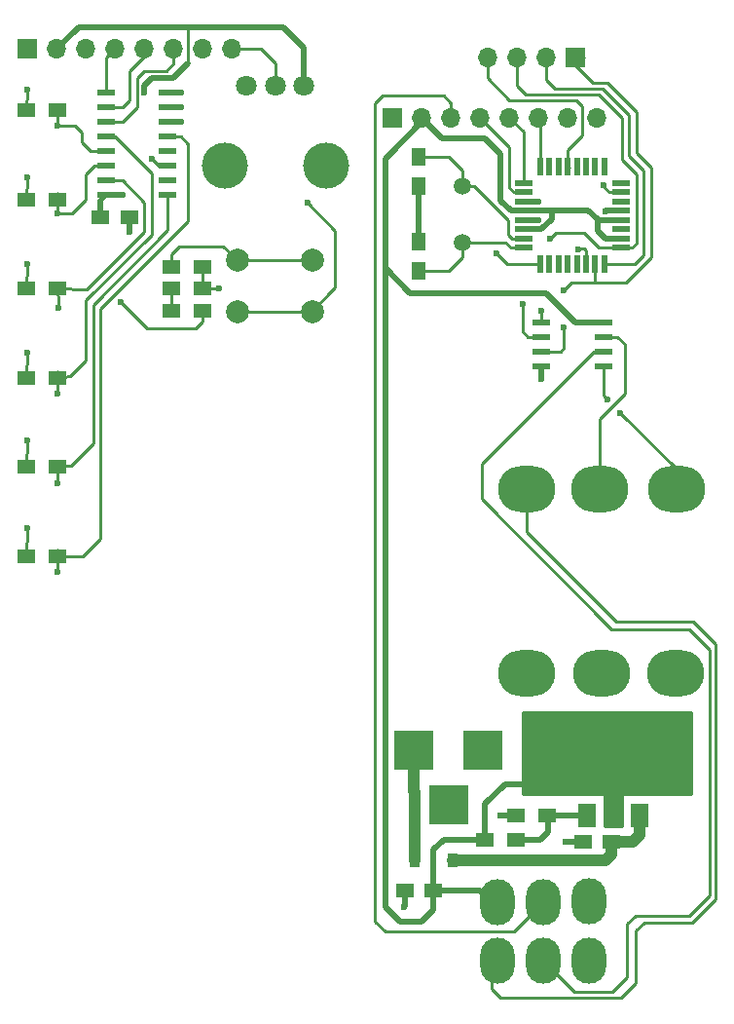
<source format=gbr>
G04 #@! TF.FileFunction,Copper,L1,Top,Signal*
%FSLAX46Y46*%
G04 Gerber Fmt 4.6, Leading zero omitted, Abs format (unit mm)*
G04 Created by KiCad (PCBNEW 4.0.7) date 03/24/18 16:20:00*
%MOMM*%
%LPD*%
G01*
G04 APERTURE LIST*
%ADD10C,0.100000*%
%ADD11C,0.600000*%
%ADD12R,1.600000X0.550000*%
%ADD13R,0.550000X1.600000*%
%ADD14C,1.800000*%
%ADD15C,4.000000*%
%ADD16R,1.500000X1.250000*%
%ADD17R,1.250000X1.500000*%
%ADD18R,0.900000X1.200000*%
%ADD19R,3.500000X3.500000*%
%ADD20R,1.700000X1.700000*%
%ADD21O,1.700000X1.700000*%
%ADD22O,5.000000X4.000000*%
%ADD23R,1.500000X1.300000*%
%ADD24C,2.000000*%
%ADD25R,3.800000X2.000000*%
%ADD26R,1.500000X2.000000*%
%ADD27R,1.500000X0.600000*%
%ADD28C,1.500000*%
%ADD29R,1.550000X0.600000*%
%ADD30O,3.000000X4.000000*%
%ADD31C,0.500000*%
%ADD32C,0.250000*%
%ADD33C,1.000000*%
%ADD34C,0.254000*%
G04 APERTURE END LIST*
D10*
D11*
X149240000Y-113169700D03*
X147840000Y-113169700D03*
X146440000Y-113169700D03*
X145040000Y-113169700D03*
X143640000Y-113169700D03*
X152136300Y-118769700D03*
X150736300Y-118769700D03*
X152136300Y-117369700D03*
X150736300Y-117369700D03*
X152136300Y-115969700D03*
X150736300Y-115969700D03*
X152136300Y-114569700D03*
X150736300Y-114569700D03*
X152136300Y-113169700D03*
X150736300Y-113169700D03*
X142220600Y-118769700D03*
X140820600Y-118769700D03*
X139420600Y-118769700D03*
X142220600Y-117369700D03*
X140820600Y-117369700D03*
X139420600Y-117369700D03*
X142220600Y-115969700D03*
X140820600Y-115969700D03*
X139420600Y-115969700D03*
X142220600Y-114569700D03*
X140820600Y-114569700D03*
X139420600Y-114569700D03*
X142214600Y-113169700D03*
X140820600Y-113169700D03*
D12*
X138625000Y-66415000D03*
X138625000Y-67215000D03*
X138625000Y-68015000D03*
X138625000Y-68815000D03*
X138625000Y-69615000D03*
X138625000Y-70415000D03*
X138625000Y-71215000D03*
X138625000Y-72015000D03*
D13*
X140075000Y-73465000D03*
X140875000Y-73465000D03*
X141675000Y-73465000D03*
X142475000Y-73465000D03*
X143275000Y-73465000D03*
X144075000Y-73465000D03*
X144875000Y-73465000D03*
X145675000Y-73465000D03*
D12*
X147125000Y-72015000D03*
X147125000Y-71215000D03*
X147125000Y-70415000D03*
X147125000Y-69615000D03*
X147125000Y-68815000D03*
X147125000Y-68015000D03*
X147125000Y-67215000D03*
X147125000Y-66415000D03*
D13*
X145675000Y-64965000D03*
X144875000Y-64965000D03*
X144075000Y-64965000D03*
X143275000Y-64965000D03*
X142475000Y-64965000D03*
X141675000Y-64965000D03*
X140875000Y-64965000D03*
X140075000Y-64965000D03*
D14*
X119528600Y-57912000D03*
X117028600Y-57912000D03*
X114528600Y-57912000D03*
D15*
X121428600Y-64912000D03*
X112628600Y-64912000D03*
D16*
X143809400Y-123647200D03*
X146309400Y-123647200D03*
X128290000Y-127889000D03*
X130790000Y-127889000D03*
D17*
X129540000Y-66655000D03*
X129540000Y-64155000D03*
X129540000Y-71521000D03*
X129540000Y-74021000D03*
D18*
X132460000Y-125222000D03*
X129160000Y-125222000D03*
D19*
X135128000Y-115697000D03*
X129128000Y-115697000D03*
X132128000Y-120397000D03*
D20*
X143129000Y-55499000D03*
D21*
X140589000Y-55499000D03*
X138049000Y-55499000D03*
X135509000Y-55499000D03*
D22*
X145392000Y-108965000D03*
X145265000Y-92965000D03*
X138915000Y-108965000D03*
X138915000Y-92965000D03*
X151915000Y-92965000D03*
X151892000Y-108965000D03*
D23*
X135302000Y-123444000D03*
X138002000Y-123444000D03*
X140719800Y-121335800D03*
X138019800Y-121335800D03*
X110697000Y-77470000D03*
X107997000Y-77470000D03*
X107997000Y-73660000D03*
X110697000Y-73660000D03*
D24*
X120243600Y-73097000D03*
X120243600Y-77597000D03*
X113743600Y-73097000D03*
X113743600Y-77597000D03*
D25*
X146431000Y-115087000D03*
D26*
X146431000Y-121387000D03*
X148731000Y-121387000D03*
X144131000Y-121387000D03*
D27*
X107703600Y-67437000D03*
X107703600Y-66167000D03*
X107703600Y-64897000D03*
X107703600Y-63627000D03*
X107703600Y-62357000D03*
X107703600Y-61087000D03*
X107703600Y-59817000D03*
X107703600Y-58547000D03*
X102303600Y-58547000D03*
X102303600Y-59817000D03*
X102303600Y-61087000D03*
X102303600Y-62357000D03*
X102303600Y-63627000D03*
X102303600Y-64897000D03*
X102303600Y-66167000D03*
X102303600Y-67437000D03*
D28*
X133350000Y-66675000D03*
X133350000Y-71555000D03*
D16*
X101848600Y-69342000D03*
X104348600Y-69342000D03*
D23*
X110697000Y-75565000D03*
X107997000Y-75565000D03*
X95424000Y-60071000D03*
X98124000Y-60071000D03*
X95424000Y-67818000D03*
X98124000Y-67818000D03*
X95424000Y-75565000D03*
X98124000Y-75565000D03*
X95424000Y-83312000D03*
X98124000Y-83312000D03*
X95424000Y-91059000D03*
X98124000Y-91059000D03*
X95424000Y-98806000D03*
X98124000Y-98806000D03*
D20*
X95478600Y-54737000D03*
D21*
X98018600Y-54737000D03*
X100558600Y-54737000D03*
X103098600Y-54737000D03*
X105638600Y-54737000D03*
X108178600Y-54737000D03*
X110718600Y-54737000D03*
X113258600Y-54737000D03*
D20*
X127254000Y-60706000D03*
D21*
X129794000Y-60706000D03*
X132334000Y-60706000D03*
X134874000Y-60706000D03*
X137414000Y-60706000D03*
X139954000Y-60706000D03*
X142494000Y-60706000D03*
X145034000Y-60706000D03*
D29*
X140175000Y-78486000D03*
X140175000Y-79756000D03*
X140175000Y-81026000D03*
X140175000Y-82296000D03*
X145575000Y-82296000D03*
X145575000Y-81026000D03*
X145575000Y-79756000D03*
X145575000Y-78486000D03*
D11*
X139420600Y-113169700D03*
D30*
X140335000Y-128905000D03*
X140335000Y-133985000D03*
X136334500Y-133985000D03*
X136334500Y-128905000D03*
X144335500Y-128841500D03*
X144335500Y-133985000D03*
D11*
X142290800Y-123647200D03*
X136601200Y-121335800D03*
X128270000Y-129286000D03*
X144081500Y-68770500D03*
X98107500Y-61404500D03*
X98107500Y-69024500D03*
X98171000Y-77216000D03*
X98107500Y-84709000D03*
X98107500Y-92519500D03*
X98107500Y-100203000D03*
X142163800Y-78943200D03*
X142138400Y-75692000D03*
X140970000Y-71247000D03*
X138531600Y-76885800D03*
X145605500Y-66611500D03*
X143408400Y-72136000D03*
X140182600Y-77495400D03*
X136245600Y-72517000D03*
X106273600Y-64262000D03*
X119824500Y-68135500D03*
X105638600Y-58547000D03*
X103733600Y-67437000D03*
X112141000Y-75565000D03*
X95440500Y-58293000D03*
X95440500Y-65913000D03*
X95440500Y-73469500D03*
X95440500Y-81153000D03*
X95440500Y-88773000D03*
X95440500Y-96393000D03*
X108813600Y-59817000D03*
X104368600Y-70612000D03*
X108813600Y-58547000D03*
X108813600Y-61087000D03*
X103568500Y-76708000D03*
X145732500Y-68834000D03*
X129540000Y-69024500D03*
X139954000Y-69596000D03*
X139954000Y-68008500D03*
X147066000Y-86360000D03*
X145923000Y-85217000D03*
X140208000Y-83439000D03*
D31*
X143809400Y-123647200D02*
X142290800Y-123647200D01*
X138019800Y-121335800D02*
X136601200Y-121335800D01*
D32*
X138246800Y-121108800D02*
X138019800Y-121335800D01*
D31*
X128290000Y-129266000D02*
X128270000Y-129286000D01*
X128290000Y-127889000D02*
X128290000Y-129266000D01*
X128270000Y-129286000D02*
X128290000Y-129266000D01*
D32*
X138119800Y-121235800D02*
X138019800Y-121335800D01*
D33*
X146309400Y-123647200D02*
X148132800Y-123647200D01*
X148731000Y-123049000D02*
X148731000Y-121387000D01*
X148132800Y-123647200D02*
X148731000Y-123049000D01*
X146309400Y-123647200D02*
X146309400Y-124708600D01*
X146309400Y-124708600D02*
X145796000Y-125222000D01*
X132460000Y-125222000D02*
X145796000Y-125222000D01*
X146309400Y-123647200D02*
X146456400Y-123647200D01*
D31*
X145116500Y-69615000D02*
X147125000Y-69615000D01*
X145116500Y-69615000D02*
X145116500Y-70567500D01*
D32*
X145065750Y-69564250D02*
X145116500Y-69615000D01*
D31*
X144272000Y-68770500D02*
X145065750Y-69564250D01*
D32*
X144081500Y-68770500D02*
X144272000Y-68770500D01*
D31*
X145116500Y-70567500D02*
X145764000Y-71215000D01*
X145764000Y-71215000D02*
X147125000Y-71215000D01*
X126619000Y-73787000D02*
X126619000Y-129286000D01*
X130790000Y-129560000D02*
X130790000Y-127889000D01*
X129794000Y-130556000D02*
X130790000Y-129560000D01*
X127889000Y-130556000D02*
X129794000Y-130556000D01*
X126619000Y-129286000D02*
X127889000Y-130556000D01*
X143256000Y-78486000D02*
X143129000Y-78486000D01*
X143129000Y-78486000D02*
X140589000Y-75946000D01*
X140589000Y-75946000D02*
X128778000Y-75946000D01*
X126619000Y-64262000D02*
X126619000Y-73787000D01*
X143256000Y-78486000D02*
X145575000Y-78486000D01*
X126619000Y-73787000D02*
X128778000Y-75946000D01*
X135302000Y-123444000D02*
X135302000Y-120349000D01*
X137033000Y-118618000D02*
X138684000Y-118618000D01*
X135302000Y-120349000D02*
X137033000Y-118618000D01*
X130790000Y-127889000D02*
X130790000Y-124353000D01*
X135302000Y-123444000D02*
X131699000Y-123444000D01*
X130790000Y-124353000D02*
X131699000Y-123444000D01*
X130790000Y-127889000D02*
X134874000Y-127889000D01*
X134874000Y-127889000D02*
X135890000Y-128905000D01*
X130790000Y-127889000D02*
X130790000Y-127488000D01*
X130890000Y-127989000D02*
X130937000Y-127942000D01*
D32*
X146511000Y-121467000D02*
X146431000Y-121387000D01*
X135382000Y-123524000D02*
X135302000Y-123444000D01*
D31*
X138625000Y-70415000D02*
X140214500Y-70415000D01*
X141097000Y-69532500D02*
X141097000Y-68815000D01*
X140214500Y-70415000D02*
X141097000Y-69532500D01*
X138625000Y-68815000D02*
X141097000Y-68815000D01*
X141097000Y-68815000D02*
X143806500Y-68815000D01*
D32*
X143806500Y-68815000D02*
X144081500Y-68770500D01*
X126619000Y-64262000D02*
X126873000Y-64008000D01*
D31*
X129794000Y-61087000D02*
X126873000Y-64008000D01*
X126873000Y-64008000D02*
X126619000Y-64262000D01*
D32*
X129794000Y-60706000D02*
X129794000Y-61087000D01*
D31*
X138625000Y-68815000D02*
X137522000Y-68815000D01*
X131572000Y-62484000D02*
X129794000Y-60706000D01*
X135255000Y-62484000D02*
X131572000Y-62484000D01*
X136652000Y-63881000D02*
X135255000Y-62484000D01*
X136652000Y-67945000D02*
X136652000Y-63881000D01*
X137522000Y-68815000D02*
X136652000Y-67945000D01*
D32*
X129540000Y-64155000D02*
X132163500Y-64155000D01*
X133350000Y-65341500D02*
X133350000Y-66675000D01*
X132163500Y-64155000D02*
X133350000Y-65341500D01*
X133350000Y-66675000D02*
X134366000Y-66675000D01*
X138625000Y-71215000D02*
X137636000Y-71215000D01*
X134366000Y-66675000D02*
X137287000Y-69596000D01*
X137287000Y-69596000D02*
X137287000Y-70866000D01*
X137287000Y-70866000D02*
X137636000Y-71215000D01*
X133330000Y-66655000D02*
X133350000Y-66675000D01*
X138530000Y-71120000D02*
X138625000Y-71215000D01*
X129540000Y-74021000D02*
X132163500Y-74021000D01*
X133350000Y-72834500D02*
X133350000Y-71555000D01*
X132163500Y-74021000D02*
X133350000Y-72834500D01*
X133316000Y-71521000D02*
X133350000Y-71555000D01*
X138625000Y-72015000D02*
X137547000Y-72015000D01*
X137547000Y-72015000D02*
X137087000Y-71555000D01*
X137087000Y-71555000D02*
X133350000Y-71555000D01*
X133257000Y-71648000D02*
X133350000Y-71555000D01*
X129540000Y-74021000D02*
X129487000Y-74275000D01*
X107997000Y-77470000D02*
X107997000Y-75565000D01*
D33*
X129160000Y-125222000D02*
X129160000Y-119316000D01*
X129160000Y-119316000D02*
X129128000Y-119284000D01*
X129128000Y-115697000D02*
X129128000Y-119284000D01*
D32*
X98107500Y-61404500D02*
X99631500Y-61404500D01*
X100203000Y-61976000D02*
X100203000Y-62865000D01*
X99631500Y-61404500D02*
X100203000Y-61976000D01*
X100965000Y-63627000D02*
X102303600Y-63627000D01*
X100203000Y-62865000D02*
X100965000Y-63627000D01*
X98124000Y-60071000D02*
X98124000Y-61388000D01*
X98124000Y-61388000D02*
X98107500Y-61404500D01*
X98107500Y-69024500D02*
X99377500Y-69024500D01*
X99377500Y-69024500D02*
X100584000Y-67818000D01*
X100584000Y-66929000D02*
X100584000Y-67818000D01*
X100584000Y-66929000D02*
X100584000Y-65659000D01*
X100584000Y-65659000D02*
X101346000Y-64897000D01*
X101346000Y-64897000D02*
X102303600Y-64897000D01*
X98124000Y-67818000D02*
X98124000Y-67644000D01*
X98107500Y-69024500D02*
X98124000Y-67293500D01*
X98124000Y-67818000D02*
X98124000Y-67293500D01*
X98124000Y-75565000D02*
X100622100Y-75628500D01*
X98124000Y-75565000D02*
X98124000Y-75040500D01*
X98124000Y-75040500D02*
X98171000Y-77216000D01*
X103733600Y-66167000D02*
X102303600Y-66167000D01*
X105638600Y-68072000D02*
X103733600Y-66167000D01*
X105638600Y-70612000D02*
X105638600Y-68072000D01*
X100622100Y-75628500D02*
X105638600Y-70612000D01*
X98124000Y-83312000D02*
X99187000Y-83185000D01*
X99187000Y-83185000D02*
X100558600Y-81813400D01*
X98124000Y-82787500D02*
X98107500Y-84709000D01*
X98124000Y-83312000D02*
X98124000Y-82787500D01*
X103098600Y-62357000D02*
X102303600Y-62357000D01*
X106273600Y-65532000D02*
X103098600Y-62357000D01*
X106273600Y-70891400D02*
X106273600Y-65532000D01*
X100558600Y-76606400D02*
X106273600Y-70891400D01*
X100558600Y-81813400D02*
X100558600Y-76606400D01*
X98124000Y-91059000D02*
X99250500Y-90995500D01*
X99250500Y-90995500D02*
X101193600Y-89052400D01*
X98124000Y-91059000D02*
X98124000Y-90534500D01*
X98124000Y-90534500D02*
X98107500Y-92519500D01*
X107703600Y-70477400D02*
X107703600Y-67437000D01*
X101193600Y-76987400D02*
X107703600Y-70477400D01*
X101193600Y-89052400D02*
X101193600Y-76987400D01*
X98124000Y-98806000D02*
X100330000Y-98806000D01*
X100330000Y-98806000D02*
X101828600Y-97307400D01*
X98124000Y-98806000D02*
X98124000Y-98281500D01*
X98124000Y-98281500D02*
X98107500Y-100203000D01*
X108813600Y-62357000D02*
X107703600Y-62357000D01*
X109448600Y-62992000D02*
X108813600Y-62357000D01*
X109448600Y-69748400D02*
X109448600Y-62992000D01*
X101828600Y-77368400D02*
X109448600Y-69748400D01*
X101828600Y-97307400D02*
X101828600Y-77368400D01*
X144875000Y-75057000D02*
X142773400Y-75057000D01*
X141884400Y-81026000D02*
X140175000Y-81026000D01*
X142163800Y-80746600D02*
X141884400Y-81026000D01*
X142163800Y-78943200D02*
X142163800Y-80746600D01*
X142773400Y-75057000D02*
X142138400Y-75692000D01*
X144875000Y-75057000D02*
X144875000Y-73465000D01*
X143129000Y-55499000D02*
X143129000Y-56134000D01*
X143129000Y-56134000D02*
X144653000Y-57658000D01*
X147510500Y-75057000D02*
X144875000Y-75057000D01*
X149733000Y-72834500D02*
X147510500Y-75057000D01*
X149733000Y-65024000D02*
X149733000Y-72834500D01*
X148463000Y-63754000D02*
X149733000Y-65024000D01*
X148463000Y-60198000D02*
X148463000Y-63754000D01*
X145923000Y-57658000D02*
X148463000Y-60198000D01*
X144653000Y-57658000D02*
X145923000Y-57658000D01*
X143129000Y-55499000D02*
X143891000Y-55499000D01*
X145675000Y-73465000D02*
X148277000Y-73465000D01*
X149098000Y-72644000D02*
X149098000Y-65278000D01*
X148277000Y-73465000D02*
X149098000Y-72644000D01*
X140589000Y-55499000D02*
X140589000Y-57404000D01*
X147828000Y-64008000D02*
X149098000Y-65278000D01*
X147828000Y-60452000D02*
X147828000Y-64008000D01*
X145542000Y-58166000D02*
X147828000Y-60452000D01*
X141351000Y-58166000D02*
X145542000Y-58166000D01*
X140589000Y-57404000D02*
X141351000Y-58166000D01*
X140175000Y-79756000D02*
X138988800Y-79756000D01*
X145167000Y-72015000D02*
X147125000Y-72015000D01*
X143891000Y-70739000D02*
X145167000Y-72015000D01*
X141478000Y-70739000D02*
X143891000Y-70739000D01*
X140970000Y-71247000D02*
X141478000Y-70739000D01*
X138531600Y-79298800D02*
X138531600Y-76885800D01*
X138988800Y-79756000D02*
X138531600Y-79298800D01*
X138049000Y-55499000D02*
X138049000Y-57912000D01*
X148076000Y-72015000D02*
X147125000Y-72015000D01*
X148463000Y-71628000D02*
X148076000Y-72015000D01*
X148463000Y-65659000D02*
X148463000Y-71628000D01*
X147193000Y-64389000D02*
X148463000Y-65659000D01*
X147193000Y-60706000D02*
X147193000Y-64389000D01*
X145161000Y-58674000D02*
X147193000Y-60706000D01*
X138811000Y-58674000D02*
X145161000Y-58674000D01*
X138049000Y-57912000D02*
X138811000Y-58674000D01*
X143764000Y-59690000D02*
X143256000Y-59182000D01*
X135509000Y-57277000D02*
X135509000Y-55499000D01*
X137414000Y-59182000D02*
X135509000Y-57277000D01*
X143256000Y-59182000D02*
X137414000Y-59182000D01*
X142475000Y-64965000D02*
X142475000Y-63519000D01*
X143764000Y-62230000D02*
X143764000Y-59690000D01*
X142475000Y-63519000D02*
X143764000Y-62230000D01*
X142602000Y-65043000D02*
X142475000Y-64965000D01*
D31*
X140131800Y-123444000D02*
X140766800Y-122809000D01*
X140766800Y-122809000D02*
X140766800Y-121382800D01*
D32*
X140766800Y-121382800D02*
X140719800Y-121335800D01*
D31*
X140719800Y-121335800D02*
X144079800Y-121335800D01*
D32*
X144079800Y-121335800D02*
X144131000Y-121387000D01*
X140719800Y-121335800D02*
X140719800Y-121415800D01*
D31*
X138002000Y-123444000D02*
X140131800Y-123444000D01*
D32*
X145605500Y-66611500D02*
X145605500Y-66738500D01*
X145605500Y-66738500D02*
X146082000Y-67215000D01*
X147125000Y-67215000D02*
X146082000Y-67215000D01*
X138625000Y-66415000D02*
X138625000Y-61917000D01*
X138625000Y-61917000D02*
X137414000Y-60706000D01*
X137609000Y-60901000D02*
X137414000Y-60706000D01*
X138625000Y-67215000D02*
X137827000Y-67215000D01*
X137827000Y-67215000D02*
X137414000Y-66802000D01*
X137414000Y-63246000D02*
X134874000Y-60706000D01*
X137414000Y-66802000D02*
X137414000Y-63246000D01*
X140175000Y-78486000D02*
X140175000Y-77503000D01*
X144075000Y-72269200D02*
X144075000Y-73465000D01*
X143916400Y-72110600D02*
X144075000Y-72269200D01*
X143433800Y-72110600D02*
X143916400Y-72110600D01*
X143408400Y-72136000D02*
X143433800Y-72110600D01*
X140175000Y-77503000D02*
X140182600Y-77495400D01*
X140075000Y-73465000D02*
X137193600Y-73465000D01*
X137193600Y-73465000D02*
X136245600Y-72517000D01*
X140075000Y-64965000D02*
X140075000Y-60827000D01*
X140075000Y-60827000D02*
X139954000Y-60706000D01*
X107997000Y-73660000D02*
X107997000Y-72597000D01*
X112528600Y-71882000D02*
X113743600Y-73097000D01*
X108712000Y-71882000D02*
X112528600Y-71882000D01*
X107997000Y-72597000D02*
X108712000Y-71882000D01*
X120243600Y-73097000D02*
X113743600Y-73097000D01*
X106908600Y-64897000D02*
X106273600Y-64262000D01*
X107703600Y-64897000D02*
X106908600Y-64897000D01*
X121824750Y-75914250D02*
X122237500Y-75501500D01*
X122237500Y-75501500D02*
X122237500Y-74930000D01*
X119824500Y-68135500D02*
X122237500Y-70548500D01*
X122237500Y-70548500D02*
X122237500Y-74930000D01*
X122237500Y-74930000D02*
X122237500Y-75501500D01*
X120243600Y-77495400D02*
X121824750Y-75914250D01*
X120243600Y-77597000D02*
X113743600Y-77597000D01*
X120243600Y-77597000D02*
X120243600Y-77495400D01*
D31*
X109448600Y-52832000D02*
X99923600Y-52832000D01*
X99923600Y-52832000D02*
X98018600Y-54737000D01*
D32*
X109448600Y-52832000D02*
X109448600Y-56007000D01*
D31*
X109448600Y-56007000D02*
X108178600Y-57277000D01*
X108178600Y-57277000D02*
X106273600Y-57277000D01*
X106273600Y-57277000D02*
X105638600Y-57912000D01*
X105638600Y-57912000D02*
X105638600Y-58547000D01*
X119528600Y-54657000D02*
X119528600Y-57912000D01*
X117703600Y-52832000D02*
X119528600Y-54657000D01*
X109448600Y-52832000D02*
X117703600Y-52832000D01*
X103733600Y-67437000D02*
X102303600Y-67437000D01*
X101828600Y-69362000D02*
X101828600Y-67912000D01*
D32*
X101828600Y-67912000D02*
X102303600Y-67437000D01*
X110697000Y-75565000D02*
X112141000Y-75565000D01*
X110697000Y-75565000D02*
X110697000Y-73660000D01*
X95424000Y-60071000D02*
X95440500Y-58293000D01*
X95424000Y-67818000D02*
X95440500Y-65913000D01*
X95424000Y-75565000D02*
X95440500Y-73469500D01*
X95424000Y-83312000D02*
X95440500Y-81153000D01*
X95424000Y-91059000D02*
X95440500Y-88773000D01*
X95424000Y-98806000D02*
X95440500Y-96393000D01*
X95424000Y-67818000D02*
X95424000Y-67547500D01*
D31*
X107703600Y-59817000D02*
X108813600Y-59817000D01*
X104348600Y-69342000D02*
X104348600Y-70592000D01*
D32*
X104348600Y-70592000D02*
X104368600Y-70612000D01*
D31*
X107703600Y-58547000D02*
X108813600Y-58547000D01*
X107703600Y-61087000D02*
X108813600Y-61087000D01*
D32*
X110697000Y-78469500D02*
X110109000Y-79057500D01*
X110109000Y-79057500D02*
X105918000Y-79057500D01*
X105918000Y-79057500D02*
X103568500Y-76708000D01*
X110697000Y-78469500D02*
X110697000Y-77470000D01*
X102303600Y-58547000D02*
X102303600Y-55532000D01*
X102303600Y-55532000D02*
X103098600Y-54737000D01*
X105638600Y-54737000D02*
X105638600Y-55372000D01*
X105638600Y-55372000D02*
X104368600Y-56642000D01*
X104368600Y-56642000D02*
X104368600Y-59182000D01*
X104368600Y-59182000D02*
X103733600Y-59817000D01*
X103733600Y-59817000D02*
X102303600Y-59817000D01*
X102303600Y-61087000D02*
X103733600Y-61087000D01*
X108178600Y-56007000D02*
X108178600Y-54737000D01*
X107543600Y-56642000D02*
X108178600Y-56007000D01*
X105638600Y-56642000D02*
X107543600Y-56642000D01*
X105003600Y-57277000D02*
X105638600Y-56642000D01*
X105003600Y-59817000D02*
X105003600Y-57277000D01*
X103733600Y-61087000D02*
X105003600Y-59817000D01*
X108178600Y-55372000D02*
X108178600Y-54737000D01*
X132969000Y-131445000D02*
X126619000Y-131445000D01*
X126619000Y-131445000D02*
X125730000Y-130556000D01*
X137795000Y-131445000D02*
X140335000Y-128905000D01*
X132969000Y-131445000D02*
X137795000Y-131445000D01*
X125730000Y-130556000D02*
X125730000Y-59436000D01*
X125730000Y-59436000D02*
X126365000Y-58801000D01*
X126365000Y-58801000D02*
X131699000Y-58801000D01*
X131699000Y-58801000D02*
X132334000Y-59436000D01*
X132334000Y-59436000D02*
X132334000Y-60706000D01*
X140335000Y-128905000D02*
X140589000Y-128905000D01*
X117028600Y-57912000D02*
X117028600Y-55967000D01*
X115798600Y-54737000D02*
X113258600Y-54737000D01*
X117028600Y-55967000D02*
X115798600Y-54737000D01*
X145575000Y-79756000D02*
X146812000Y-79756000D01*
X145265000Y-86891000D02*
X145265000Y-92965000D01*
X147447000Y-84709000D02*
X145265000Y-86891000D01*
X147447000Y-80391000D02*
X147447000Y-84709000D01*
X146812000Y-79756000D02*
X147447000Y-80391000D01*
X145160000Y-92965000D02*
X145265000Y-92965000D01*
X138915000Y-92965000D02*
X138915000Y-96751000D01*
X135826500Y-136461500D02*
X135826500Y-133985000D01*
X136601200Y-137236200D02*
X135826500Y-136461500D01*
X147091400Y-137236200D02*
X136601200Y-137236200D01*
X148412200Y-135915400D02*
X147091400Y-137236200D01*
X148412200Y-131394200D02*
X148412200Y-135915400D01*
X149123400Y-130683000D02*
X148412200Y-131394200D01*
X153289000Y-130683000D02*
X149123400Y-130683000D01*
X155321000Y-128651000D02*
X153289000Y-130683000D01*
X155321000Y-106426000D02*
X155321000Y-128651000D01*
X153416000Y-104521000D02*
X155321000Y-106426000D01*
X146685000Y-104521000D02*
X153416000Y-104521000D01*
X138915000Y-96751000D02*
X146685000Y-104521000D01*
X137159000Y-92965000D02*
X138915000Y-92965000D01*
X147650200Y-130784600D02*
X147650200Y-135407400D01*
X143078200Y-136728200D02*
X140335000Y-133985000D01*
X146329400Y-136728200D02*
X143078200Y-136728200D01*
X147650200Y-135407400D02*
X146329400Y-136728200D01*
X145575000Y-81026000D02*
X144780000Y-81026000D01*
X148386800Y-130048000D02*
X147650200Y-130784600D01*
X153035000Y-130048000D02*
X148386800Y-130048000D01*
X154813000Y-128270000D02*
X153035000Y-130048000D01*
X154813000Y-106934000D02*
X154813000Y-128270000D01*
X153035000Y-105156000D02*
X154813000Y-106934000D01*
X146304000Y-105156000D02*
X153035000Y-105156000D01*
X135001000Y-93853000D02*
X146304000Y-105156000D01*
X135001000Y-90805000D02*
X135001000Y-93853000D01*
X144780000Y-81026000D02*
X135001000Y-90805000D01*
X145575000Y-81026000D02*
X144907000Y-81026000D01*
X141675000Y-64965000D02*
X141802000Y-64700000D01*
D31*
X147125000Y-68815000D02*
X145751500Y-68815000D01*
D32*
X145751500Y-68815000D02*
X145732500Y-68834000D01*
D31*
X129540000Y-71521000D02*
X129540000Y-69024500D01*
X129540000Y-69024500D02*
X129540000Y-66655000D01*
X138625000Y-69615000D02*
X139935000Y-69615000D01*
D32*
X139935000Y-69615000D02*
X139954000Y-69596000D01*
D31*
X138625000Y-68015000D02*
X139947500Y-68015000D01*
D32*
X139947500Y-68015000D02*
X139954000Y-68008500D01*
X145575000Y-82296000D02*
X145575000Y-84869000D01*
X147066000Y-86360000D02*
X151915000Y-91209000D01*
X145575000Y-84869000D02*
X145923000Y-85217000D01*
X151915000Y-91209000D02*
X151915000Y-92965000D01*
D31*
X140175000Y-82296000D02*
X140175000Y-83406000D01*
D32*
X140175000Y-83406000D02*
X140208000Y-83439000D01*
D34*
G36*
X153238200Y-119507000D02*
X147320000Y-119507000D01*
X147270590Y-119517006D01*
X147228965Y-119545447D01*
X147201685Y-119587841D01*
X147193000Y-119634000D01*
X147193000Y-122301000D01*
X145669000Y-122301000D01*
X145669000Y-119634000D01*
X145658994Y-119584590D01*
X145630553Y-119542965D01*
X145588159Y-119515685D01*
X145542000Y-119507000D01*
X138557000Y-119507000D01*
X138557000Y-112395000D01*
X153238200Y-112395000D01*
X153238200Y-119507000D01*
X153238200Y-119507000D01*
G37*
X153238200Y-119507000D02*
X147320000Y-119507000D01*
X147270590Y-119517006D01*
X147228965Y-119545447D01*
X147201685Y-119587841D01*
X147193000Y-119634000D01*
X147193000Y-122301000D01*
X145669000Y-122301000D01*
X145669000Y-119634000D01*
X145658994Y-119584590D01*
X145630553Y-119542965D01*
X145588159Y-119515685D01*
X145542000Y-119507000D01*
X138557000Y-119507000D01*
X138557000Y-112395000D01*
X153238200Y-112395000D01*
X153238200Y-119507000D01*
M02*

</source>
